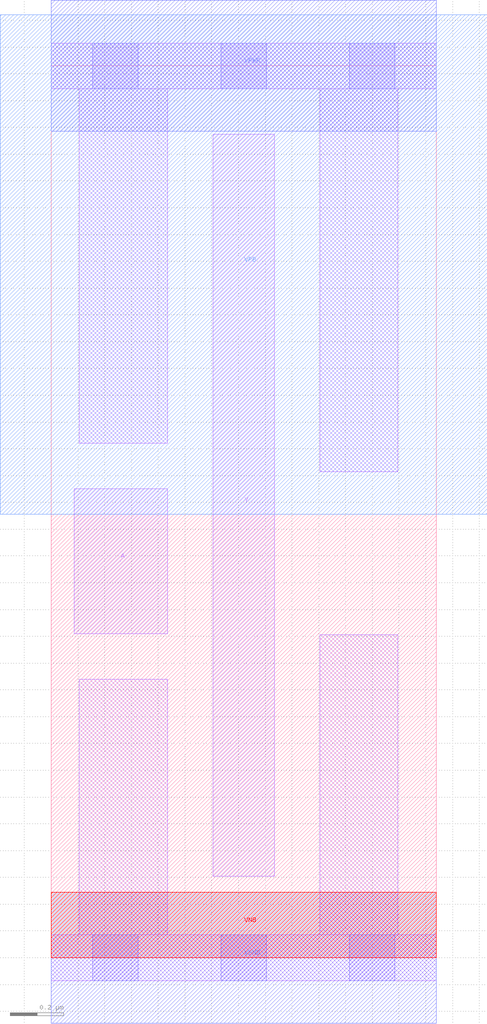
<source format=lef>
# Copyright 2020 The SkyWater PDK Authors
#
# Licensed under the Apache License, Version 2.0 (the "License");
# you may not use this file except in compliance with the License.
# You may obtain a copy of the License at
#
#     https://www.apache.org/licenses/LICENSE-2.0
#
# Unless required by applicable law or agreed to in writing, software
# distributed under the License is distributed on an "AS IS" BASIS,
# WITHOUT WARRANTIES OR CONDITIONS OF ANY KIND, either express or implied.
# See the License for the specific language governing permissions and
# limitations under the License.
#
# SPDX-License-Identifier: Apache-2.0

VERSION 5.7 ;
  NOWIREEXTENSIONATPIN ON ;
  DIVIDERCHAR "/" ;
  BUSBITCHARS "[]" ;
MACRO sky130_fd_sc_lp__inv_2
  CLASS CORE ;
  FOREIGN sky130_fd_sc_lp__inv_2 ;
  ORIGIN  0.000000  0.000000 ;
  SIZE  1.440000 BY  3.330000 ;
  SYMMETRY X Y R90 ;
  SITE unit ;
  PIN A
    ANTENNAGATEAREA  0.630000 ;
    DIRECTION INPUT ;
    USE SIGNAL ;
    PORT
      LAYER li1 ;
        RECT 0.085000 1.210000 0.435000 1.750000 ;
    END
  END A
  PIN Y
    ANTENNADIFFAREA  0.588000 ;
    DIRECTION OUTPUT ;
    USE SIGNAL ;
    PORT
      LAYER li1 ;
        RECT 0.605000 0.305000 0.835000 3.075000 ;
    END
  END Y
  PIN VGND
    DIRECTION INOUT ;
    USE GROUND ;
    PORT
      LAYER met1 ;
        RECT 0.000000 -0.245000 1.440000 0.245000 ;
    END
  END VGND
  PIN VNB
    DIRECTION INOUT ;
    USE GROUND ;
    PORT
      LAYER pwell ;
        RECT 0.000000 0.000000 1.440000 0.245000 ;
    END
  END VNB
  PIN VPB
    DIRECTION INOUT ;
    USE POWER ;
    PORT
      LAYER nwell ;
        RECT -0.190000 1.655000 1.630000 3.520000 ;
    END
  END VPB
  PIN VPWR
    DIRECTION INOUT ;
    USE POWER ;
    PORT
      LAYER met1 ;
        RECT 0.000000 3.085000 1.440000 3.575000 ;
    END
  END VPWR
  OBS
    LAYER li1 ;
      RECT 0.000000 -0.085000 1.440000 0.085000 ;
      RECT 0.000000  3.245000 1.440000 3.415000 ;
      RECT 0.105000  0.085000 0.435000 1.040000 ;
      RECT 0.105000  1.920000 0.435000 3.245000 ;
      RECT 1.005000  0.085000 1.295000 1.205000 ;
      RECT 1.005000  1.815000 1.295000 3.245000 ;
    LAYER mcon ;
      RECT 0.155000 -0.085000 0.325000 0.085000 ;
      RECT 0.155000  3.245000 0.325000 3.415000 ;
      RECT 0.635000 -0.085000 0.805000 0.085000 ;
      RECT 0.635000  3.245000 0.805000 3.415000 ;
      RECT 1.115000 -0.085000 1.285000 0.085000 ;
      RECT 1.115000  3.245000 1.285000 3.415000 ;
  END
END sky130_fd_sc_lp__inv_2
END LIBRARY

</source>
